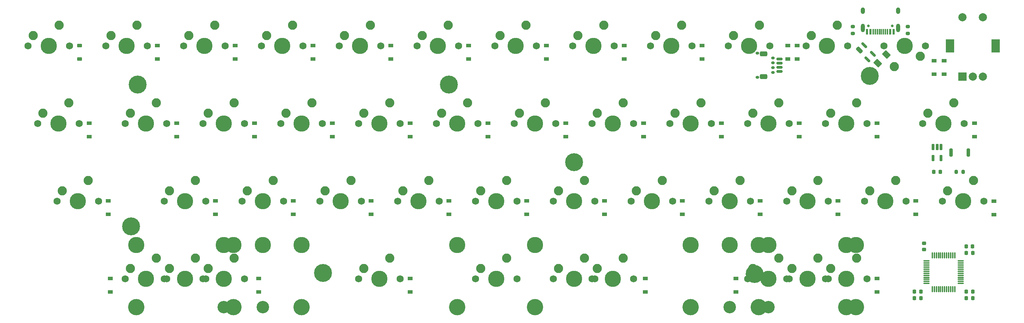
<source format=gbr>
G04 #@! TF.GenerationSoftware,KiCad,Pcbnew,8.0.8*
G04 #@! TF.CreationDate,2025-05-03T21:43:54+02:00*
G04 #@! TF.ProjectId,PowerVan JST revision,506f7765-7256-4616-9e20-4a5354207265,rev?*
G04 #@! TF.SameCoordinates,Original*
G04 #@! TF.FileFunction,Soldermask,Bot*
G04 #@! TF.FilePolarity,Negative*
%FSLAX46Y46*%
G04 Gerber Fmt 4.6, Leading zero omitted, Abs format (unit mm)*
G04 Created by KiCad (PCBNEW 8.0.8) date 2025-05-03 21:43:54*
%MOMM*%
%LPD*%
G01*
G04 APERTURE LIST*
G04 Aperture macros list*
%AMRoundRect*
0 Rectangle with rounded corners*
0 $1 Rounding radius*
0 $2 $3 $4 $5 $6 $7 $8 $9 X,Y pos of 4 corners*
0 Add a 4 corners polygon primitive as box body*
4,1,4,$2,$3,$4,$5,$6,$7,$8,$9,$2,$3,0*
0 Add four circle primitives for the rounded corners*
1,1,$1+$1,$2,$3*
1,1,$1+$1,$4,$5*
1,1,$1+$1,$6,$7*
1,1,$1+$1,$8,$9*
0 Add four rect primitives between the rounded corners*
20,1,$1+$1,$2,$3,$4,$5,0*
20,1,$1+$1,$4,$5,$6,$7,0*
20,1,$1+$1,$6,$7,$8,$9,0*
20,1,$1+$1,$8,$9,$2,$3,0*%
G04 Aperture macros list end*
%ADD10C,1.750000*%
%ADD11C,3.987800*%
%ADD12C,2.250000*%
%ADD13R,2.000000X2.000000*%
%ADD14C,2.000000*%
%ADD15R,2.000000X3.200000*%
%ADD16C,4.400000*%
%ADD17C,4.000000*%
%ADD18C,3.048000*%
%ADD19R,1.200000X0.900000*%
%ADD20C,0.650000*%
%ADD21R,0.600000X1.450000*%
%ADD22R,0.300000X1.450000*%
%ADD23O,1.000000X1.600000*%
%ADD24O,1.000000X2.100000*%
%ADD25RoundRect,0.225000X-0.225000X-0.250000X0.225000X-0.250000X0.225000X0.250000X-0.225000X0.250000X0*%
%ADD26RoundRect,0.200000X-0.200000X-0.800000X0.200000X-0.800000X0.200000X0.800000X-0.200000X0.800000X0*%
%ADD27RoundRect,0.225000X0.250000X-0.225000X0.250000X0.225000X-0.250000X0.225000X-0.250000X-0.225000X0*%
%ADD28RoundRect,0.200000X0.275000X-0.200000X0.275000X0.200000X-0.275000X0.200000X-0.275000X-0.200000X0*%
%ADD29RoundRect,0.250001X-0.114905X0.768977X-0.768977X0.114905X0.114905X-0.768977X0.768977X-0.114905X0*%
%ADD30RoundRect,0.150000X0.625000X-0.150000X0.625000X0.150000X-0.625000X0.150000X-0.625000X-0.150000X0*%
%ADD31RoundRect,0.250000X0.650000X-0.350000X0.650000X0.350000X-0.650000X0.350000X-0.650000X-0.350000X0*%
%ADD32RoundRect,0.225000X0.225000X0.250000X-0.225000X0.250000X-0.225000X-0.250000X0.225000X-0.250000X0*%
%ADD33RoundRect,0.225000X0.375000X-0.225000X0.375000X0.225000X-0.375000X0.225000X-0.375000X-0.225000X0*%
%ADD34RoundRect,0.200000X-0.200000X-0.275000X0.200000X-0.275000X0.200000X0.275000X-0.200000X0.275000X0*%
%ADD35RoundRect,0.250000X-0.601041X0.247487X0.247487X-0.601041X0.601041X-0.247487X-0.247487X0.601041X0*%
%ADD36RoundRect,0.150000X-0.601041X0.388909X0.388909X-0.601041X0.601041X-0.388909X-0.388909X0.601041X0*%
%ADD37RoundRect,0.075000X0.075000X-0.662500X0.075000X0.662500X-0.075000X0.662500X-0.075000X-0.662500X0*%
%ADD38RoundRect,0.075000X0.662500X-0.075000X0.662500X0.075000X-0.662500X0.075000X-0.662500X-0.075000X0*%
%ADD39RoundRect,0.162500X-0.162500X0.617500X-0.162500X-0.617500X0.162500X-0.617500X0.162500X0.617500X0*%
%ADD40RoundRect,0.150000X0.275000X-0.150000X0.275000X0.150000X-0.275000X0.150000X-0.275000X-0.150000X0*%
%ADD41RoundRect,0.175000X0.225000X-0.175000X0.225000X0.175000X-0.225000X0.175000X-0.225000X-0.175000X0*%
G04 APERTURE END LIST*
D10*
X372745500Y-226219000D03*
D11*
X377825500Y-226219000D03*
D10*
X382905500Y-226219000D03*
D12*
X374015500Y-223679000D03*
X380365500Y-221139000D03*
D10*
X306070500Y-226219000D03*
D11*
X311150500Y-226219000D03*
D10*
X316230500Y-226219000D03*
D12*
X307340500Y-223679000D03*
X313690500Y-221139000D03*
D10*
X210820500Y-207169000D03*
D11*
X215900500Y-207169000D03*
D10*
X220980500Y-207169000D03*
D12*
X212090500Y-204629000D03*
X218440500Y-202089000D03*
D10*
X401320500Y-207169000D03*
D11*
X406400500Y-207169000D03*
D10*
X411480500Y-207169000D03*
D12*
X402590500Y-204629000D03*
X408940500Y-202089000D03*
D10*
X306070500Y-207169000D03*
D11*
X311150500Y-207169000D03*
D10*
X316230500Y-207169000D03*
D12*
X307340500Y-204629000D03*
X313690500Y-202089000D03*
D10*
X248920500Y-207169000D03*
D11*
X254000500Y-207169000D03*
D10*
X259080500Y-207169000D03*
D12*
X250190500Y-204629000D03*
X256540500Y-202089000D03*
D10*
X382270500Y-207169000D03*
D11*
X387350500Y-207169000D03*
D10*
X392430500Y-207169000D03*
D12*
X383540500Y-204629000D03*
X389890500Y-202089000D03*
D10*
X344170500Y-207169000D03*
D11*
X349250500Y-207169000D03*
D10*
X354330500Y-207169000D03*
D12*
X345440500Y-204629000D03*
X351790500Y-202089000D03*
D10*
X229870500Y-207169000D03*
D11*
X234950500Y-207169000D03*
D10*
X240030500Y-207169000D03*
D12*
X231140500Y-204629000D03*
X237490500Y-202089000D03*
D10*
X258445500Y-226219000D03*
D11*
X263525500Y-226219000D03*
D10*
X268605500Y-226219000D03*
D12*
X259715500Y-223679000D03*
X266065500Y-221139000D03*
D10*
X363220500Y-207169000D03*
D11*
X368300500Y-207169000D03*
D10*
X373380500Y-207169000D03*
D12*
X364490500Y-204629000D03*
X370840500Y-202089000D03*
D13*
X406286200Y-176612800D03*
D14*
X411286200Y-176612800D03*
X408786200Y-176612800D03*
D15*
X403186200Y-169112800D03*
X414386200Y-169112800D03*
D14*
X411286200Y-162112800D03*
X406286200Y-162112800D03*
D10*
X363220500Y-226219000D03*
D11*
X368300500Y-226219000D03*
D10*
X373380500Y-226219000D03*
D12*
X364490500Y-223679000D03*
X370840500Y-221139000D03*
D10*
X353695500Y-226219000D03*
D11*
X358775500Y-226219000D03*
D10*
X363855500Y-226219000D03*
D12*
X354965500Y-223679000D03*
X361315500Y-221139000D03*
D10*
X201295500Y-226219000D03*
D11*
X206375500Y-226219000D03*
D10*
X211455500Y-226219000D03*
D12*
X202565500Y-223679000D03*
X208915500Y-221139000D03*
D10*
X220345500Y-226219000D03*
D11*
X225425500Y-226219000D03*
D10*
X230505500Y-226219000D03*
D12*
X221615500Y-223679000D03*
X227965500Y-221139000D03*
D10*
X325120500Y-207169000D03*
D11*
X330200500Y-207169000D03*
D10*
X335280500Y-207169000D03*
D12*
X326390500Y-204629000D03*
X332740500Y-202089000D03*
D10*
X267970500Y-207169000D03*
D11*
X273050500Y-207169000D03*
D10*
X278130500Y-207169000D03*
D12*
X269240500Y-204629000D03*
X275590500Y-202089000D03*
D10*
X177483000Y-169069000D03*
D11*
X182563000Y-169069000D03*
D10*
X187643000Y-169069000D03*
D12*
X178753000Y-166529000D03*
X185103000Y-163989000D03*
D10*
X372745500Y-188119000D03*
D11*
X377825500Y-188119000D03*
D10*
X382905500Y-188119000D03*
D12*
X374015500Y-185579000D03*
X380365500Y-183039000D03*
D10*
X220345500Y-188119000D03*
D11*
X225425500Y-188119000D03*
D10*
X230505500Y-188119000D03*
D12*
X221615500Y-185579000D03*
X227965500Y-183039000D03*
D10*
X201295500Y-188119000D03*
D11*
X206375500Y-188119000D03*
D10*
X211455500Y-188119000D03*
D12*
X202565500Y-185579000D03*
X208915500Y-183039000D03*
D10*
X179864250Y-188119000D03*
D11*
X184944250Y-188119000D03*
D10*
X190024250Y-188119000D03*
D12*
X181134250Y-185579000D03*
X187484250Y-183039000D03*
D10*
X348933000Y-169069000D03*
D11*
X354013000Y-169069000D03*
D10*
X359093000Y-169069000D03*
D12*
X350203000Y-166529000D03*
X356553000Y-163989000D03*
D10*
X310833000Y-169069000D03*
D11*
X315913000Y-169069000D03*
D10*
X320993000Y-169069000D03*
D12*
X312103000Y-166529000D03*
X318453000Y-163989000D03*
D10*
X234633000Y-169069000D03*
D11*
X239713000Y-169069000D03*
D10*
X244793000Y-169069000D03*
D12*
X235903000Y-166529000D03*
X242253000Y-163989000D03*
D10*
X272733000Y-169069000D03*
D11*
X277813000Y-169069000D03*
D10*
X282893000Y-169069000D03*
D12*
X274003000Y-166529000D03*
X280353000Y-163989000D03*
D10*
X397193000Y-169069000D03*
D11*
X392113000Y-169069000D03*
D10*
X387033000Y-169069000D03*
D12*
X395923000Y-171609000D03*
X389573000Y-174149000D03*
D10*
X367983000Y-169069000D03*
D11*
X373063000Y-169069000D03*
D10*
X378143000Y-169069000D03*
D12*
X369253000Y-166529000D03*
X375603000Y-163989000D03*
D10*
X215583000Y-169069000D03*
D11*
X220663000Y-169069000D03*
D10*
X225743000Y-169069000D03*
D12*
X216853000Y-166529000D03*
X223203000Y-163989000D03*
D10*
X258445500Y-188119000D03*
D11*
X263525500Y-188119000D03*
D10*
X268605500Y-188119000D03*
D12*
X259715500Y-185579000D03*
X266065500Y-183039000D03*
D10*
X329883000Y-169069000D03*
D11*
X334963000Y-169069000D03*
D10*
X340043000Y-169069000D03*
D12*
X331153000Y-166529000D03*
X337503000Y-163989000D03*
D10*
X396558000Y-188119000D03*
D11*
X401638000Y-188119000D03*
D10*
X406718000Y-188119000D03*
D12*
X397828000Y-185579000D03*
X404178000Y-183039000D03*
D10*
X315595500Y-188119000D03*
D11*
X320675500Y-188119000D03*
D10*
X325755500Y-188119000D03*
D12*
X316865500Y-185579000D03*
X323215500Y-183039000D03*
D10*
X277495500Y-188119000D03*
D11*
X282575500Y-188119000D03*
D10*
X287655500Y-188119000D03*
D12*
X278765500Y-185579000D03*
X285115500Y-183039000D03*
D10*
X196533000Y-169069000D03*
D11*
X201613000Y-169069000D03*
D10*
X206693000Y-169069000D03*
D12*
X197803000Y-166529000D03*
X204153000Y-163989000D03*
D10*
X291783000Y-169069000D03*
D11*
X296863000Y-169069000D03*
D10*
X301943000Y-169069000D03*
D12*
X293053000Y-166529000D03*
X299403000Y-163989000D03*
D10*
X239395500Y-188119000D03*
D11*
X244475500Y-188119000D03*
D10*
X249555500Y-188119000D03*
D12*
X240665500Y-185579000D03*
X247015500Y-183039000D03*
D10*
X334645500Y-188119000D03*
D11*
X339725500Y-188119000D03*
D10*
X344805500Y-188119000D03*
D12*
X335915500Y-185579000D03*
X342265500Y-183039000D03*
D10*
X296545500Y-188119000D03*
D11*
X301625500Y-188119000D03*
D10*
X306705500Y-188119000D03*
D12*
X297815500Y-185579000D03*
X304165500Y-183039000D03*
D10*
X253683000Y-169069000D03*
D11*
X258763000Y-169069000D03*
D10*
X263843000Y-169069000D03*
D12*
X254953000Y-166529000D03*
X261303000Y-163989000D03*
D10*
X184626750Y-207169000D03*
D11*
X189706750Y-207169000D03*
D10*
X194786750Y-207169000D03*
D12*
X185896750Y-204629000D03*
X192246750Y-202089000D03*
D16*
X202762500Y-213367750D03*
X249712500Y-224817750D03*
X280562500Y-178594000D03*
X311212500Y-197644000D03*
X383612500Y-176467750D03*
X204362500Y-178593750D03*
D10*
X353684400Y-188117800D03*
D11*
X358764400Y-188117800D03*
D10*
X363844400Y-188117800D03*
D12*
X354954400Y-185577800D03*
X361304400Y-183037800D03*
D10*
X287020500Y-207169000D03*
D11*
X292100500Y-207169000D03*
D10*
X297180500Y-207169000D03*
D12*
X288290500Y-204629000D03*
X294640500Y-202089000D03*
D16*
X355369250Y-225103000D03*
D17*
X227806750Y-233204000D03*
D11*
X227806750Y-217964000D03*
D17*
X203994250Y-233204000D03*
D11*
X203994250Y-217964000D03*
D17*
X282575500Y-233204000D03*
D11*
X282575500Y-217964000D03*
D17*
X244475500Y-233204000D03*
D11*
X244475500Y-217964000D03*
D17*
X339725500Y-233204000D03*
D11*
X339725500Y-217964000D03*
D17*
X301625500Y-233204000D03*
D11*
X301625500Y-217964000D03*
D17*
X377825500Y-233204000D03*
D11*
X377825500Y-217964000D03*
D17*
X244475500Y-233204000D03*
D11*
X244475500Y-217964000D03*
D10*
X210820500Y-226219000D03*
D11*
X215900500Y-226219000D03*
D10*
X220980500Y-226219000D03*
D12*
X212090500Y-223679000D03*
X218440500Y-221139000D03*
D17*
X339725500Y-233204000D03*
D11*
X339725500Y-217964000D03*
D17*
X244475500Y-233204000D03*
D11*
X244475500Y-217964000D03*
D17*
X380206750Y-233204000D03*
D11*
X380206750Y-217964000D03*
D17*
X356394250Y-233204000D03*
D11*
X356394250Y-217964000D03*
D10*
X315595500Y-226219000D03*
D11*
X320675500Y-226219000D03*
D10*
X325755500Y-226219000D03*
D12*
X316865500Y-223679000D03*
X323215500Y-221139000D03*
D10*
X287020500Y-226219000D03*
D11*
X292100500Y-226219000D03*
D10*
X297180500Y-226219000D03*
D12*
X288290500Y-223679000D03*
X294640500Y-221139000D03*
D18*
X358775500Y-233204000D03*
D11*
X358775500Y-217964000D03*
D18*
X349250500Y-233204000D03*
D11*
X349250500Y-217964000D03*
D18*
X234950500Y-233204000D03*
D11*
X234950500Y-217964000D03*
D18*
X225425500Y-233204000D03*
D11*
X225425500Y-217964000D03*
D19*
X413957000Y-210470000D03*
X413957000Y-207170000D03*
X328613000Y-229512000D03*
X328613000Y-226212000D03*
X394859500Y-210462000D03*
X394859500Y-207162000D03*
X271034500Y-229512000D03*
X271034500Y-226212000D03*
X197644250Y-229456500D03*
X197644250Y-226156500D03*
X233950500Y-229512000D03*
X233950500Y-226212000D03*
X350838000Y-229456500D03*
X350838000Y-226156500D03*
X385334500Y-229512000D03*
X385334500Y-226212000D03*
X271034500Y-191412000D03*
X271034500Y-188112000D03*
X409258000Y-191412000D03*
X409258000Y-188112000D03*
X261509500Y-210462000D03*
X261509500Y-207162000D03*
X375809500Y-210462000D03*
X375809500Y-207162000D03*
X356759500Y-210462000D03*
X356759500Y-207162000D03*
X280559500Y-210462000D03*
X280559500Y-207162000D03*
X337709500Y-210462000D03*
X337709500Y-207162000D03*
X192469000Y-191412000D03*
X192469000Y-188112000D03*
X318659500Y-210462000D03*
X318659500Y-207162000D03*
X242459500Y-210462000D03*
X242459500Y-207162000D03*
X366284500Y-191412000D03*
X366284500Y-188112000D03*
X232934500Y-191412000D03*
X232934500Y-188112000D03*
X213884500Y-191412000D03*
X213884500Y-188112000D03*
X347234500Y-191412000D03*
X347234500Y-188112000D03*
X290084500Y-191412000D03*
X290084500Y-188112000D03*
X309134500Y-191412000D03*
X309134500Y-188112000D03*
X299609500Y-210462000D03*
X299609500Y-207162000D03*
X223409500Y-210462000D03*
X223409500Y-207162000D03*
X385334500Y-191412000D03*
X385334500Y-188112000D03*
X328184500Y-191412000D03*
X328184500Y-188112000D03*
X251984500Y-191412000D03*
X251984500Y-188112000D03*
X342503750Y-172298500D03*
X342503750Y-168998500D03*
X399352000Y-172753000D03*
X399352000Y-176053000D03*
X365770000Y-172306500D03*
X365770000Y-169006500D03*
X323453750Y-172298500D03*
X323453750Y-168998500D03*
X209153750Y-172298500D03*
X209153750Y-168998500D03*
X304403750Y-172298500D03*
X304403750Y-168998500D03*
X285353750Y-172298500D03*
X285353750Y-168998500D03*
X266303750Y-172298500D03*
X266303750Y-168998500D03*
X228203750Y-172298500D03*
X228203750Y-168998500D03*
X247253750Y-172298500D03*
X247253750Y-168998500D03*
X401765000Y-176053000D03*
X401765000Y-172753000D03*
X363538000Y-172298500D03*
X363538000Y-168998500D03*
X197168000Y-210462000D03*
X197168000Y-207162000D03*
D20*
X383269500Y-164155250D03*
X389049500Y-164155250D03*
D21*
X382909500Y-165600250D03*
X383709500Y-165600250D03*
D22*
X384909500Y-165600250D03*
X385909500Y-165600250D03*
X386409500Y-165600250D03*
X387409500Y-165600250D03*
D21*
X388609500Y-165600250D03*
X389409500Y-165600250D03*
X389409500Y-165600250D03*
X388609500Y-165600250D03*
D22*
X387909500Y-165600250D03*
X386909500Y-165600250D03*
X385409500Y-165600250D03*
X384409500Y-165600250D03*
D21*
X383709500Y-165600250D03*
X382909500Y-165600250D03*
D23*
X381839500Y-160505250D03*
D24*
X381839500Y-164685250D03*
D23*
X390479500Y-160505250D03*
D24*
X390479500Y-164685250D03*
D25*
X407213000Y-230981500D03*
X408763000Y-230981500D03*
D26*
X403506750Y-195262750D03*
X407706750Y-195262750D03*
D27*
X396875500Y-219075250D03*
X396875500Y-217525250D03*
D28*
X392906750Y-166025250D03*
X392906750Y-164375250D03*
D29*
X387608571Y-171192179D03*
X385504929Y-173295821D03*
D30*
X361462803Y-175331500D03*
X361462803Y-174331500D03*
X361462803Y-173331500D03*
X361462803Y-172331500D03*
D31*
X357587803Y-176631500D03*
X357587803Y-171031500D03*
D28*
X379413000Y-166025250D03*
X379413000Y-164375250D03*
D25*
X399275500Y-200025250D03*
X400825500Y-200025250D03*
D32*
X396063000Y-230981500D03*
X394513000Y-230981500D03*
D25*
X407213000Y-229394000D03*
X408763000Y-229394000D03*
D33*
X190100500Y-172306500D03*
X190100500Y-169006500D03*
D34*
X404781750Y-200025250D03*
X406431750Y-200025250D03*
D35*
X380997010Y-170126170D03*
D36*
X382199091Y-168924088D03*
X384320412Y-171045409D03*
X382976909Y-172388912D03*
D32*
X396063000Y-229394000D03*
X394513000Y-229394000D03*
D25*
X407213000Y-219869000D03*
X408763000Y-219869000D03*
D37*
X404388000Y-228794000D03*
X403888000Y-228794000D03*
X403388000Y-228794000D03*
X402888000Y-228794000D03*
X402388000Y-228794000D03*
X401888000Y-228794000D03*
X401388000Y-228794000D03*
X400888000Y-228794000D03*
X400388000Y-228794000D03*
X399888000Y-228794000D03*
X399388000Y-228794000D03*
X398888000Y-228794000D03*
D38*
X397475500Y-227381500D03*
X397475500Y-226881500D03*
X397475500Y-226381500D03*
X397475500Y-225881500D03*
X397475500Y-225381500D03*
X397475500Y-224881500D03*
X397475500Y-224381500D03*
X397475500Y-223881500D03*
X397475500Y-223381500D03*
X397475500Y-222881500D03*
X397475500Y-222381500D03*
X397475500Y-221881500D03*
D37*
X398888000Y-220469000D03*
X399388000Y-220469000D03*
X399888000Y-220469000D03*
X400388000Y-220469000D03*
X400888000Y-220469000D03*
X401388000Y-220469000D03*
X401888000Y-220469000D03*
X402388000Y-220469000D03*
X402888000Y-220469000D03*
X403388000Y-220469000D03*
X403888000Y-220469000D03*
X404388000Y-220469000D03*
D38*
X405800500Y-221881500D03*
X405800500Y-222381500D03*
X405800500Y-222881500D03*
X405800500Y-223381500D03*
X405800500Y-223881500D03*
X405800500Y-224381500D03*
X405800500Y-224881500D03*
X405800500Y-225381500D03*
X405800500Y-225881500D03*
X405800500Y-226381500D03*
X405800500Y-226881500D03*
X405800500Y-227381500D03*
D25*
X407194250Y-218281500D03*
X408744250Y-218281500D03*
D39*
X399100500Y-193912750D03*
X400050500Y-193912750D03*
X401000500Y-193912750D03*
X401000500Y-196612750D03*
X399100500Y-196612750D03*
D40*
X359856750Y-175631500D03*
X359856750Y-174431500D03*
X359856750Y-173231500D03*
X359856750Y-172031500D03*
D41*
X356081750Y-176781500D03*
X356081750Y-170881500D03*
M02*

</source>
